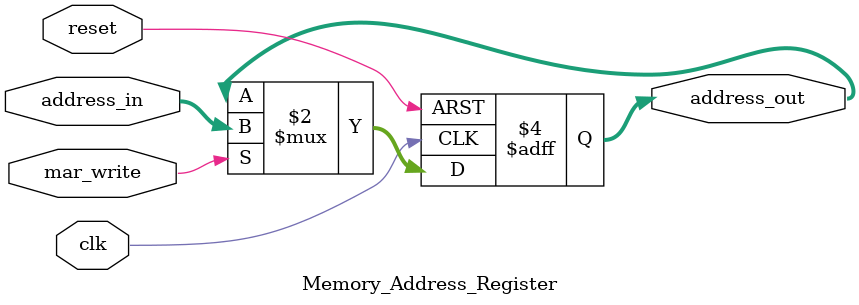
<source format=v>
module Memory_Address_Register (
    input wire clk,
    input wire reset,
    input wire mar_write,
    input wire [31:0] address_in,
    output reg [31:0] address_out
);

    // Synchronous update of memory address register
    always @(posedge clk or posedge reset) begin
        if (reset) begin
            address_out <= 32'h0; // Reset to 0
        end else if (mar_write) begin
            address_out <= address_in; // Update when mar_write is enabled
        end
    end

endmodule

</source>
